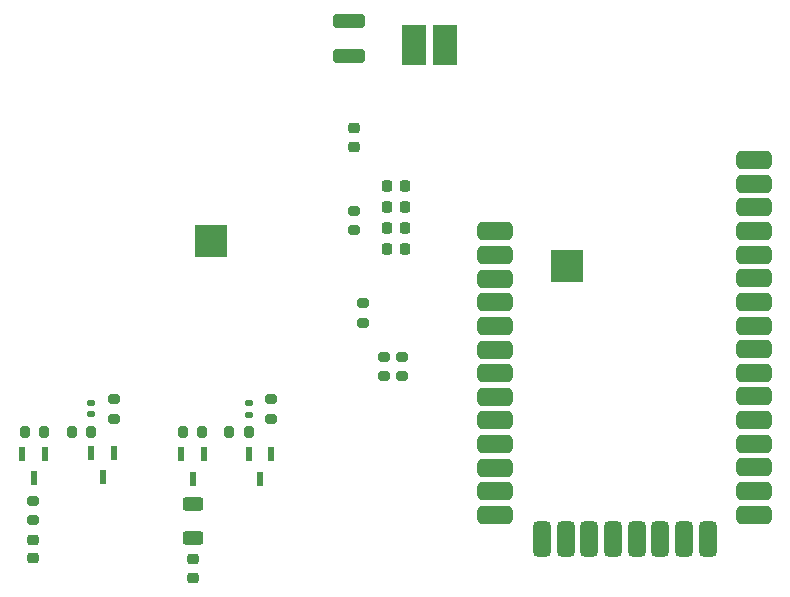
<source format=gbr>
%TF.GenerationSoftware,KiCad,Pcbnew,7.0.6*%
%TF.CreationDate,2024-03-24T21:23:19-04:00*%
%TF.ProjectId,Radio Module,52616469-6f20-44d6-9f64-756c652e6b69,rev?*%
%TF.SameCoordinates,Original*%
%TF.FileFunction,Paste,Top*%
%TF.FilePolarity,Positive*%
%FSLAX46Y46*%
G04 Gerber Fmt 4.6, Leading zero omitted, Abs format (unit mm)*
G04 Created by KiCad (PCBNEW 7.0.6) date 2024-03-24 21:23:19*
%MOMM*%
%LPD*%
G01*
G04 APERTURE LIST*
G04 Aperture macros list*
%AMRoundRect*
0 Rectangle with rounded corners*
0 $1 Rounding radius*
0 $2 $3 $4 $5 $6 $7 $8 $9 X,Y pos of 4 corners*
0 Add a 4 corners polygon primitive as box body*
4,1,4,$2,$3,$4,$5,$6,$7,$8,$9,$2,$3,0*
0 Add four circle primitives for the rounded corners*
1,1,$1+$1,$2,$3*
1,1,$1+$1,$4,$5*
1,1,$1+$1,$6,$7*
1,1,$1+$1,$8,$9*
0 Add four rect primitives between the rounded corners*
20,1,$1+$1,$2,$3,$4,$5,0*
20,1,$1+$1,$4,$5,$6,$7,0*
20,1,$1+$1,$6,$7,$8,$9,0*
20,1,$1+$1,$8,$9,$2,$3,0*%
G04 Aperture macros list end*
%ADD10R,0.600000X1.250000*%
%ADD11RoundRect,0.218750X-0.256250X0.218750X-0.256250X-0.218750X0.256250X-0.218750X0.256250X0.218750X0*%
%ADD12RoundRect,0.200000X0.275000X-0.200000X0.275000X0.200000X-0.275000X0.200000X-0.275000X-0.200000X0*%
%ADD13RoundRect,0.200000X-0.200000X-0.275000X0.200000X-0.275000X0.200000X0.275000X-0.200000X0.275000X0*%
%ADD14R,2.000000X3.500000*%
%ADD15RoundRect,0.225000X0.225000X0.250000X-0.225000X0.250000X-0.225000X-0.250000X0.225000X-0.250000X0*%
%ADD16RoundRect,0.218750X0.256250X-0.218750X0.256250X0.218750X-0.256250X0.218750X-0.256250X-0.218750X0*%
%ADD17RoundRect,0.140000X0.170000X-0.140000X0.170000X0.140000X-0.170000X0.140000X-0.170000X-0.140000X0*%
%ADD18RoundRect,0.200000X-0.275000X0.200000X-0.275000X-0.200000X0.275000X-0.200000X0.275000X0.200000X0*%
%ADD19RoundRect,0.250000X0.625000X-0.312500X0.625000X0.312500X-0.625000X0.312500X-0.625000X-0.312500X0*%
%ADD20RoundRect,0.200000X0.200000X0.275000X-0.200000X0.275000X-0.200000X-0.275000X0.200000X-0.275000X0*%
%ADD21RoundRect,0.250000X-1.100000X0.325000X-1.100000X-0.325000X1.100000X-0.325000X1.100000X0.325000X0*%
%ADD22RoundRect,0.380000X-1.120000X-0.380000X1.120000X-0.380000X1.120000X0.380000X-1.120000X0.380000X0*%
%ADD23RoundRect,0.380000X0.380000X-1.120000X0.380000X1.120000X-0.380000X1.120000X-0.380000X-1.120000X0*%
%ADD24RoundRect,0.100000X-1.295000X-1.295000X1.295000X-1.295000X1.295000X1.295000X-1.295000X1.295000X0*%
%ADD25RoundRect,0.100000X1.295000X1.295000X-1.295000X1.295000X-1.295000X-1.295000X1.295000X-1.295000X0*%
G04 APERTURE END LIST*
D10*
%TO.C,IC7*%
X138684000Y-99661000D03*
X136774000Y-99661000D03*
X137729000Y-101761000D03*
%TD*%
D11*
%TO.C,D1*%
X164846000Y-72110500D03*
X164846000Y-73685500D03*
%TD*%
D12*
%TO.C,R12*%
X137668000Y-105282000D03*
X137668000Y-103632000D03*
%TD*%
D10*
%TO.C,IC6*%
X144526000Y-99568000D03*
X142616000Y-99568000D03*
X143571000Y-101668000D03*
%TD*%
D13*
%TO.C,R7*%
X150369000Y-97790000D03*
X152019000Y-97790000D03*
%TD*%
D14*
%TO.C,L1*%
X169893000Y-65024000D03*
X172593000Y-65024000D03*
%TD*%
D15*
%TO.C,C4*%
X169177000Y-78740000D03*
X167627000Y-78740000D03*
%TD*%
D12*
%TO.C,R2*%
X167366000Y-93090000D03*
X167366000Y-91440000D03*
%TD*%
D16*
%TO.C,D2*%
X151257000Y-110160000D03*
X151257000Y-108585000D03*
%TD*%
D17*
%TO.C,C6*%
X155956000Y-96365000D03*
X155956000Y-95405000D03*
%TD*%
D15*
%TO.C,C5*%
X169177000Y-76962000D03*
X167627000Y-76962000D03*
%TD*%
D10*
%TO.C,IC4*%
X157861000Y-99695000D03*
X155951000Y-99695000D03*
X156906000Y-101795000D03*
%TD*%
D15*
%TO.C,C3*%
X169177000Y-80518000D03*
X167627000Y-80518000D03*
%TD*%
D18*
%TO.C,R10*%
X144526000Y-95060000D03*
X144526000Y-96710000D03*
%TD*%
D16*
%TO.C,D3*%
X137668000Y-108509000D03*
X137668000Y-106934000D03*
%TD*%
D13*
%TO.C,R11*%
X136970000Y-97790000D03*
X138620000Y-97790000D03*
%TD*%
D15*
%TO.C,C2*%
X169177000Y-82296000D03*
X167627000Y-82296000D03*
%TD*%
D19*
%TO.C,R8*%
X151257000Y-106811000D03*
X151257000Y-103886000D03*
%TD*%
D20*
%TO.C,R9*%
X142620000Y-97790000D03*
X140970000Y-97790000D03*
%TD*%
%TO.C,R6*%
X155956000Y-97790000D03*
X154306000Y-97790000D03*
%TD*%
D18*
%TO.C,R3*%
X164846000Y-79121000D03*
X164846000Y-80771000D03*
%TD*%
D21*
%TO.C,C1*%
X164465000Y-63041000D03*
X164465000Y-65991000D03*
%TD*%
D18*
%TO.C,R4*%
X165608000Y-86932000D03*
X165608000Y-88582000D03*
%TD*%
D22*
%TO.C,IC1*%
X176825000Y-80853000D03*
X176825000Y-82853000D03*
X176825000Y-84853000D03*
X176825000Y-86853000D03*
X176825000Y-88853000D03*
X176825000Y-90853000D03*
X176825000Y-92853000D03*
X176825000Y-94853000D03*
X176825000Y-96853000D03*
X176825000Y-98853000D03*
X176825000Y-100853000D03*
X176825000Y-102853000D03*
X176825000Y-104853000D03*
D23*
X180785000Y-106933000D03*
X182785000Y-106933000D03*
X184785000Y-106933000D03*
X186785000Y-106933000D03*
X188785000Y-106933000D03*
X190785000Y-106933000D03*
X192785000Y-106933000D03*
X194785000Y-106933000D03*
D22*
X198685000Y-104823000D03*
X198685000Y-102823000D03*
X198685000Y-100823000D03*
X198685000Y-98823000D03*
X198685000Y-96823000D03*
X198685000Y-94823000D03*
X198685000Y-92823000D03*
X198685000Y-90823000D03*
X198685000Y-88823000D03*
X198685000Y-86823000D03*
X198685000Y-84823000D03*
X198685000Y-82823000D03*
X198685000Y-80823000D03*
X198685000Y-78823000D03*
X198685000Y-76823000D03*
X198685000Y-74823000D03*
D24*
X182880000Y-83818000D03*
%TD*%
D10*
%TO.C,IC5*%
X152146000Y-99695000D03*
X150236000Y-99695000D03*
X151191000Y-101795000D03*
%TD*%
D25*
%TO.C,IC3*%
X152780000Y-81702000D03*
%TD*%
D12*
%TO.C,R1*%
X168910000Y-93090000D03*
X168910000Y-91440000D03*
%TD*%
D18*
%TO.C,R5*%
X157861000Y-95060000D03*
X157861000Y-96710000D03*
%TD*%
D17*
%TO.C,C7*%
X142621000Y-96337000D03*
X142621000Y-95377000D03*
%TD*%
M02*

</source>
